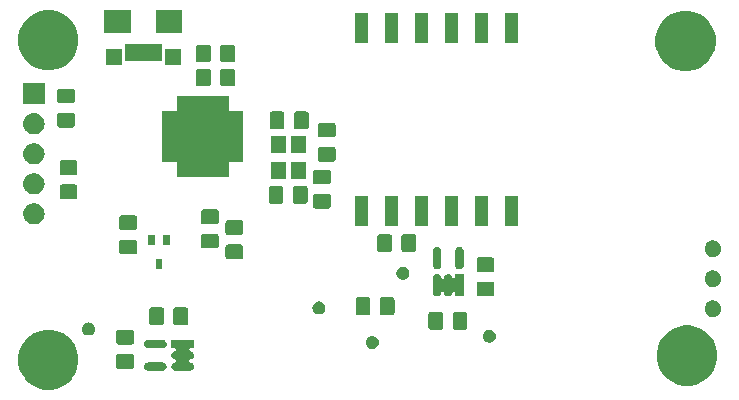
<source format=gbr>
%TF.GenerationSoftware,KiCad,Pcbnew,(5.0.2)-1*%
%TF.CreationDate,2021-04-08T12:32:07+02:00*%
%TF.ProjectId,trackerGPS,74726163-6b65-4724-9750-532e6b696361,rev?*%
%TF.SameCoordinates,Original*%
%TF.FileFunction,Soldermask,Bot*%
%TF.FilePolarity,Negative*%
%FSLAX46Y46*%
G04 Gerber Fmt 4.6, Leading zero omitted, Abs format (unit mm)*
G04 Created by KiCad (PCBNEW (5.0.2)-1) date 08/04/2021 12:32:07*
%MOMM*%
%LPD*%
G01*
G04 APERTURE LIST*
%ADD10C,0.100000*%
G04 APERTURE END LIST*
D10*
G36*
X102928296Y-90206233D02*
X102928298Y-90206234D01*
X102928299Y-90206234D01*
X103392552Y-90398533D01*
X103778139Y-90656174D01*
X103810371Y-90677711D01*
X104165689Y-91033029D01*
X104165691Y-91033032D01*
X104444867Y-91450848D01*
X104635583Y-91911280D01*
X104637167Y-91915104D01*
X104735200Y-92407947D01*
X104735200Y-92910453D01*
X104637727Y-93400482D01*
X104637166Y-93403299D01*
X104444867Y-93867552D01*
X104191525Y-94246704D01*
X104165689Y-94285371D01*
X103810371Y-94640689D01*
X103810368Y-94640691D01*
X103392552Y-94919867D01*
X102928299Y-95112166D01*
X102928298Y-95112166D01*
X102928296Y-95112167D01*
X102435453Y-95210200D01*
X101932947Y-95210200D01*
X101440104Y-95112167D01*
X101440102Y-95112166D01*
X101440101Y-95112166D01*
X100975848Y-94919867D01*
X100558032Y-94640691D01*
X100558029Y-94640689D01*
X100202711Y-94285371D01*
X100176875Y-94246704D01*
X99923533Y-93867552D01*
X99731234Y-93403299D01*
X99730674Y-93400482D01*
X99633200Y-92910453D01*
X99633200Y-92407947D01*
X99731233Y-91915104D01*
X99732817Y-91911280D01*
X99923533Y-91450848D01*
X100202709Y-91033032D01*
X100202711Y-91033029D01*
X100558029Y-90677711D01*
X100590261Y-90656174D01*
X100975848Y-90398533D01*
X101440101Y-90206234D01*
X101440102Y-90206234D01*
X101440104Y-90206233D01*
X101932947Y-90108200D01*
X102435453Y-90108200D01*
X102928296Y-90206233D01*
X102928296Y-90206233D01*
G37*
G36*
X157004896Y-89850633D02*
X157004898Y-89850634D01*
X157004899Y-89850634D01*
X157469152Y-90042933D01*
X157855907Y-90301355D01*
X157886971Y-90322111D01*
X158242289Y-90677429D01*
X158242291Y-90677432D01*
X158521467Y-91095248D01*
X158713766Y-91559501D01*
X158713767Y-91559504D01*
X158811800Y-92052347D01*
X158811800Y-92554853D01*
X158717903Y-93026904D01*
X158713766Y-93047699D01*
X158521467Y-93511952D01*
X158348112Y-93771396D01*
X158242289Y-93929771D01*
X157886971Y-94285089D01*
X157886968Y-94285091D01*
X157469152Y-94564267D01*
X157004899Y-94756566D01*
X157004898Y-94756566D01*
X157004896Y-94756567D01*
X156512053Y-94854600D01*
X156009547Y-94854600D01*
X155516704Y-94756567D01*
X155516702Y-94756566D01*
X155516701Y-94756566D01*
X155052448Y-94564267D01*
X154634632Y-94285091D01*
X154634629Y-94285089D01*
X154279311Y-93929771D01*
X154173488Y-93771396D01*
X154000133Y-93511952D01*
X153807834Y-93047699D01*
X153803698Y-93026904D01*
X153709800Y-92554853D01*
X153709800Y-92052347D01*
X153807833Y-91559504D01*
X153807834Y-91559501D01*
X154000133Y-91095248D01*
X154279309Y-90677432D01*
X154279311Y-90677429D01*
X154634629Y-90322111D01*
X154665693Y-90301355D01*
X155052448Y-90042933D01*
X155516701Y-89850634D01*
X155516702Y-89850634D01*
X155516704Y-89850633D01*
X156009547Y-89752600D01*
X156512053Y-89752600D01*
X157004896Y-89850633D01*
X157004896Y-89850633D01*
G37*
G36*
X114505153Y-91682346D02*
X114258188Y-91682346D01*
X114233802Y-91684748D01*
X114210353Y-91691861D01*
X114188742Y-91703412D01*
X114169800Y-91718958D01*
X114154254Y-91737900D01*
X114142703Y-91759511D01*
X114135590Y-91782960D01*
X114133188Y-91807346D01*
X114135590Y-91831732D01*
X114142703Y-91855181D01*
X114154254Y-91876792D01*
X114169800Y-91895734D01*
X114188742Y-91911280D01*
X114210353Y-91922831D01*
X114216194Y-91924921D01*
X114217747Y-91925074D01*
X114284730Y-91945393D01*
X114346462Y-91978389D01*
X114400571Y-92022795D01*
X114444977Y-92076904D01*
X114477973Y-92138636D01*
X114498292Y-92205619D01*
X114505153Y-92275279D01*
X114505153Y-92275281D01*
X114498292Y-92344941D01*
X114477973Y-92411924D01*
X114444977Y-92473656D01*
X114400571Y-92527765D01*
X114346462Y-92572171D01*
X114284730Y-92605167D01*
X114217747Y-92625486D01*
X114201562Y-92627080D01*
X114183551Y-92630663D01*
X114160912Y-92640040D01*
X114140538Y-92653654D01*
X114123211Y-92670981D01*
X114109597Y-92691356D01*
X114100219Y-92713995D01*
X114095439Y-92738028D01*
X114095439Y-92762532D01*
X114100220Y-92786566D01*
X114109597Y-92809205D01*
X114123211Y-92829579D01*
X114140538Y-92846906D01*
X114160913Y-92860520D01*
X114183552Y-92869898D01*
X114201560Y-92873480D01*
X114217747Y-92875074D01*
X114284730Y-92895393D01*
X114346462Y-92928389D01*
X114400571Y-92972795D01*
X114444977Y-93026904D01*
X114477973Y-93088636D01*
X114498292Y-93155619D01*
X114505153Y-93225279D01*
X114505153Y-93225281D01*
X114498292Y-93294941D01*
X114477973Y-93361924D01*
X114444977Y-93423656D01*
X114400571Y-93477765D01*
X114346462Y-93522171D01*
X114284730Y-93555167D01*
X114217747Y-93575486D01*
X114148087Y-93582347D01*
X112954983Y-93582347D01*
X112885323Y-93575486D01*
X112818340Y-93555167D01*
X112756608Y-93522171D01*
X112702499Y-93477765D01*
X112658093Y-93423656D01*
X112625097Y-93361924D01*
X112604778Y-93294941D01*
X112597917Y-93225281D01*
X112597917Y-93225279D01*
X112604778Y-93155619D01*
X112625097Y-93088636D01*
X112658093Y-93026904D01*
X112702499Y-92972795D01*
X112756608Y-92928389D01*
X112818340Y-92895393D01*
X112885323Y-92875074D01*
X112901508Y-92873480D01*
X112919519Y-92869897D01*
X112942158Y-92860520D01*
X112962532Y-92846906D01*
X112979859Y-92829579D01*
X112993473Y-92809204D01*
X113002851Y-92786565D01*
X113007631Y-92762532D01*
X113007631Y-92738028D01*
X113002850Y-92713994D01*
X112993473Y-92691355D01*
X112979859Y-92670981D01*
X112962532Y-92653654D01*
X112942157Y-92640040D01*
X112919518Y-92630662D01*
X112901510Y-92627080D01*
X112885323Y-92625486D01*
X112818340Y-92605167D01*
X112756608Y-92572171D01*
X112702499Y-92527765D01*
X112658093Y-92473656D01*
X112625097Y-92411924D01*
X112604778Y-92344941D01*
X112597917Y-92275281D01*
X112597917Y-92275279D01*
X112604778Y-92205619D01*
X112625097Y-92138636D01*
X112658093Y-92076904D01*
X112702499Y-92022795D01*
X112756608Y-91978389D01*
X112818340Y-91945393D01*
X112885323Y-91925074D01*
X112885856Y-91925021D01*
X112903806Y-91917586D01*
X112924181Y-91903973D01*
X112941508Y-91886646D01*
X112955122Y-91866271D01*
X112964499Y-91843632D01*
X112969280Y-91819599D01*
X112969280Y-91795094D01*
X112964500Y-91771061D01*
X112955122Y-91748422D01*
X112941509Y-91728047D01*
X112924182Y-91710720D01*
X112903807Y-91697106D01*
X112881168Y-91687729D01*
X112857135Y-91682948D01*
X112844882Y-91682346D01*
X112597917Y-91682346D01*
X112597917Y-90968214D01*
X114505153Y-90968214D01*
X114505153Y-91682346D01*
X114505153Y-91682346D01*
G37*
G36*
X111916783Y-92875074D02*
X111983766Y-92895393D01*
X112045498Y-92928389D01*
X112099607Y-92972795D01*
X112144013Y-93026904D01*
X112177009Y-93088636D01*
X112197328Y-93155619D01*
X112204189Y-93225279D01*
X112204189Y-93225281D01*
X112197328Y-93294941D01*
X112177009Y-93361924D01*
X112144013Y-93423656D01*
X112099607Y-93477765D01*
X112045498Y-93522171D01*
X111983766Y-93555167D01*
X111916783Y-93575486D01*
X111847123Y-93582347D01*
X110654019Y-93582347D01*
X110584359Y-93575486D01*
X110517376Y-93555167D01*
X110455644Y-93522171D01*
X110401535Y-93477765D01*
X110357129Y-93423656D01*
X110324133Y-93361924D01*
X110303814Y-93294941D01*
X110296953Y-93225281D01*
X110296953Y-93225279D01*
X110303814Y-93155619D01*
X110324133Y-93088636D01*
X110357129Y-93026904D01*
X110401535Y-92972795D01*
X110455644Y-92928389D01*
X110517376Y-92895393D01*
X110584359Y-92875074D01*
X110654019Y-92868213D01*
X111847123Y-92868213D01*
X111916783Y-92875074D01*
X111916783Y-92875074D01*
G37*
G36*
X109275277Y-92173665D02*
X109312964Y-92185098D01*
X109347703Y-92203666D01*
X109378148Y-92228652D01*
X109403134Y-92259097D01*
X109421702Y-92293836D01*
X109433135Y-92331523D01*
X109437600Y-92376861D01*
X109437600Y-93213539D01*
X109433135Y-93258877D01*
X109421702Y-93296564D01*
X109403134Y-93331303D01*
X109378148Y-93361748D01*
X109347703Y-93386734D01*
X109312964Y-93405302D01*
X109275277Y-93416735D01*
X109229939Y-93421200D01*
X108143261Y-93421200D01*
X108097923Y-93416735D01*
X108060236Y-93405302D01*
X108025497Y-93386734D01*
X107995052Y-93361748D01*
X107970066Y-93331303D01*
X107951498Y-93296564D01*
X107940065Y-93258877D01*
X107935600Y-93213539D01*
X107935600Y-92376861D01*
X107940065Y-92331523D01*
X107951498Y-92293836D01*
X107970066Y-92259097D01*
X107995052Y-92228652D01*
X108025497Y-92203666D01*
X108060236Y-92185098D01*
X108097923Y-92173665D01*
X108143261Y-92169200D01*
X109229939Y-92169200D01*
X109275277Y-92173665D01*
X109275277Y-92173665D01*
G37*
G36*
X129776921Y-90656174D02*
X129877195Y-90697709D01*
X129967445Y-90758012D01*
X130044188Y-90834755D01*
X130104491Y-90925005D01*
X130146026Y-91025279D01*
X130167200Y-91131730D01*
X130167200Y-91240270D01*
X130146026Y-91346721D01*
X130104491Y-91446995D01*
X130044188Y-91537245D01*
X129967445Y-91613988D01*
X129877195Y-91674291D01*
X129776921Y-91715826D01*
X129670470Y-91737000D01*
X129561930Y-91737000D01*
X129455479Y-91715826D01*
X129355205Y-91674291D01*
X129264955Y-91613988D01*
X129188212Y-91537245D01*
X129127909Y-91446995D01*
X129086374Y-91346721D01*
X129065200Y-91240270D01*
X129065200Y-91131730D01*
X129086374Y-91025279D01*
X129127909Y-90925005D01*
X129188212Y-90834755D01*
X129264955Y-90758012D01*
X129355205Y-90697709D01*
X129455479Y-90656174D01*
X129561930Y-90635000D01*
X129670470Y-90635000D01*
X129776921Y-90656174D01*
X129776921Y-90656174D01*
G37*
G36*
X111916783Y-90975074D02*
X111983766Y-90995393D01*
X112045498Y-91028389D01*
X112099607Y-91072795D01*
X112144013Y-91126904D01*
X112177009Y-91188636D01*
X112197328Y-91255619D01*
X112204189Y-91325279D01*
X112204189Y-91325281D01*
X112197328Y-91394941D01*
X112177009Y-91461924D01*
X112144013Y-91523656D01*
X112099607Y-91577765D01*
X112045498Y-91622171D01*
X111983766Y-91655167D01*
X111916783Y-91675486D01*
X111847123Y-91682347D01*
X110654019Y-91682347D01*
X110584359Y-91675486D01*
X110517376Y-91655167D01*
X110455644Y-91622171D01*
X110401535Y-91577765D01*
X110357129Y-91523656D01*
X110324133Y-91461924D01*
X110303814Y-91394941D01*
X110296953Y-91325281D01*
X110296953Y-91325279D01*
X110303814Y-91255619D01*
X110324133Y-91188636D01*
X110357129Y-91126904D01*
X110401535Y-91072795D01*
X110455644Y-91028389D01*
X110517376Y-90995393D01*
X110584359Y-90975074D01*
X110654019Y-90968213D01*
X111847123Y-90968213D01*
X111916783Y-90975074D01*
X111916783Y-90975074D01*
G37*
G36*
X109275277Y-90123665D02*
X109312964Y-90135098D01*
X109347703Y-90153666D01*
X109378148Y-90178652D01*
X109403134Y-90209097D01*
X109421702Y-90243836D01*
X109433135Y-90281523D01*
X109437600Y-90326861D01*
X109437600Y-91163539D01*
X109433135Y-91208877D01*
X109421702Y-91246564D01*
X109403134Y-91281303D01*
X109378148Y-91311748D01*
X109347703Y-91336734D01*
X109312964Y-91355302D01*
X109275277Y-91366735D01*
X109229939Y-91371200D01*
X108143261Y-91371200D01*
X108097923Y-91366735D01*
X108060236Y-91355302D01*
X108025497Y-91336734D01*
X107995052Y-91311748D01*
X107970066Y-91281303D01*
X107951498Y-91246564D01*
X107940065Y-91208877D01*
X107935600Y-91163539D01*
X107935600Y-90326861D01*
X107940065Y-90281523D01*
X107951498Y-90243836D01*
X107970066Y-90209097D01*
X107995052Y-90178652D01*
X108025497Y-90153666D01*
X108060236Y-90135098D01*
X108097923Y-90123665D01*
X108143261Y-90119200D01*
X109229939Y-90119200D01*
X109275277Y-90123665D01*
X109275277Y-90123665D01*
G37*
G36*
X139682921Y-90122774D02*
X139783195Y-90164309D01*
X139873445Y-90224612D01*
X139950188Y-90301355D01*
X140010491Y-90391605D01*
X140052026Y-90491879D01*
X140073200Y-90598330D01*
X140073200Y-90706870D01*
X140052026Y-90813321D01*
X140010491Y-90913595D01*
X139950188Y-91003845D01*
X139873445Y-91080588D01*
X139783195Y-91140891D01*
X139682921Y-91182426D01*
X139576470Y-91203600D01*
X139467930Y-91203600D01*
X139361479Y-91182426D01*
X139261205Y-91140891D01*
X139170955Y-91080588D01*
X139094212Y-91003845D01*
X139033909Y-90913595D01*
X138992374Y-90813321D01*
X138971200Y-90706870D01*
X138971200Y-90598330D01*
X138992374Y-90491879D01*
X139033909Y-90391605D01*
X139094212Y-90301355D01*
X139170955Y-90224612D01*
X139261205Y-90164309D01*
X139361479Y-90122774D01*
X139467930Y-90101600D01*
X139576470Y-90101600D01*
X139682921Y-90122774D01*
X139682921Y-90122774D01*
G37*
G36*
X105748521Y-89525874D02*
X105848795Y-89567409D01*
X105939045Y-89627712D01*
X106015788Y-89704455D01*
X106076091Y-89794705D01*
X106117626Y-89894979D01*
X106138800Y-90001430D01*
X106138800Y-90109970D01*
X106117626Y-90216421D01*
X106076091Y-90316695D01*
X106015788Y-90406945D01*
X105939045Y-90483688D01*
X105848795Y-90543991D01*
X105748521Y-90585526D01*
X105642070Y-90606700D01*
X105533530Y-90606700D01*
X105427079Y-90585526D01*
X105326805Y-90543991D01*
X105236555Y-90483688D01*
X105159812Y-90406945D01*
X105099509Y-90316695D01*
X105057974Y-90216421D01*
X105036800Y-90109970D01*
X105036800Y-90001430D01*
X105057974Y-89894979D01*
X105099509Y-89794705D01*
X105159812Y-89704455D01*
X105236555Y-89627712D01*
X105326805Y-89567409D01*
X105427079Y-89525874D01*
X105533530Y-89504700D01*
X105642070Y-89504700D01*
X105748521Y-89525874D01*
X105748521Y-89525874D01*
G37*
G36*
X135446677Y-88610665D02*
X135484364Y-88622098D01*
X135519103Y-88640666D01*
X135549548Y-88665652D01*
X135574534Y-88696097D01*
X135593102Y-88730836D01*
X135604535Y-88768523D01*
X135609000Y-88813861D01*
X135609000Y-89900539D01*
X135604535Y-89945877D01*
X135593102Y-89983564D01*
X135574534Y-90018303D01*
X135549548Y-90048748D01*
X135519103Y-90073734D01*
X135484364Y-90092302D01*
X135446677Y-90103735D01*
X135401339Y-90108200D01*
X134564661Y-90108200D01*
X134519323Y-90103735D01*
X134481636Y-90092302D01*
X134446897Y-90073734D01*
X134416452Y-90048748D01*
X134391466Y-90018303D01*
X134372898Y-89983564D01*
X134361465Y-89945877D01*
X134357000Y-89900539D01*
X134357000Y-88813861D01*
X134361465Y-88768523D01*
X134372898Y-88730836D01*
X134391466Y-88696097D01*
X134416452Y-88665652D01*
X134446897Y-88640666D01*
X134481636Y-88622098D01*
X134519323Y-88610665D01*
X134564661Y-88606200D01*
X135401339Y-88606200D01*
X135446677Y-88610665D01*
X135446677Y-88610665D01*
G37*
G36*
X137496677Y-88610665D02*
X137534364Y-88622098D01*
X137569103Y-88640666D01*
X137599548Y-88665652D01*
X137624534Y-88696097D01*
X137643102Y-88730836D01*
X137654535Y-88768523D01*
X137659000Y-88813861D01*
X137659000Y-89900539D01*
X137654535Y-89945877D01*
X137643102Y-89983564D01*
X137624534Y-90018303D01*
X137599548Y-90048748D01*
X137569103Y-90073734D01*
X137534364Y-90092302D01*
X137496677Y-90103735D01*
X137451339Y-90108200D01*
X136614661Y-90108200D01*
X136569323Y-90103735D01*
X136531636Y-90092302D01*
X136496897Y-90073734D01*
X136466452Y-90048748D01*
X136441466Y-90018303D01*
X136422898Y-89983564D01*
X136411465Y-89945877D01*
X136407000Y-89900539D01*
X136407000Y-88813861D01*
X136411465Y-88768523D01*
X136422898Y-88730836D01*
X136441466Y-88696097D01*
X136466452Y-88665652D01*
X136496897Y-88640666D01*
X136531636Y-88622098D01*
X136569323Y-88610665D01*
X136614661Y-88606200D01*
X137451339Y-88606200D01*
X137496677Y-88610665D01*
X137496677Y-88610665D01*
G37*
G36*
X113864330Y-88226745D02*
X113902017Y-88238178D01*
X113936756Y-88256746D01*
X113967201Y-88281732D01*
X113992187Y-88312177D01*
X114010755Y-88346916D01*
X114022188Y-88384603D01*
X114026653Y-88429941D01*
X114026653Y-89516619D01*
X114022188Y-89561957D01*
X114010755Y-89599644D01*
X113992187Y-89634383D01*
X113967201Y-89664828D01*
X113936756Y-89689814D01*
X113902017Y-89708382D01*
X113864330Y-89719815D01*
X113818992Y-89724280D01*
X112982314Y-89724280D01*
X112936976Y-89719815D01*
X112899289Y-89708382D01*
X112864550Y-89689814D01*
X112834105Y-89664828D01*
X112809119Y-89634383D01*
X112790551Y-89599644D01*
X112779118Y-89561957D01*
X112774653Y-89516619D01*
X112774653Y-88429941D01*
X112779118Y-88384603D01*
X112790551Y-88346916D01*
X112809119Y-88312177D01*
X112834105Y-88281732D01*
X112864550Y-88256746D01*
X112899289Y-88238178D01*
X112936976Y-88226745D01*
X112982314Y-88222280D01*
X113818992Y-88222280D01*
X113864330Y-88226745D01*
X113864330Y-88226745D01*
G37*
G36*
X111814330Y-88226745D02*
X111852017Y-88238178D01*
X111886756Y-88256746D01*
X111917201Y-88281732D01*
X111942187Y-88312177D01*
X111960755Y-88346916D01*
X111972188Y-88384603D01*
X111976653Y-88429941D01*
X111976653Y-89516619D01*
X111972188Y-89561957D01*
X111960755Y-89599644D01*
X111942187Y-89634383D01*
X111917201Y-89664828D01*
X111886756Y-89689814D01*
X111852017Y-89708382D01*
X111814330Y-89719815D01*
X111768992Y-89724280D01*
X110932314Y-89724280D01*
X110886976Y-89719815D01*
X110849289Y-89708382D01*
X110814550Y-89689814D01*
X110784105Y-89664828D01*
X110759119Y-89634383D01*
X110740551Y-89599644D01*
X110729118Y-89561957D01*
X110724653Y-89516619D01*
X110724653Y-88429941D01*
X110729118Y-88384603D01*
X110740551Y-88346916D01*
X110759119Y-88312177D01*
X110784105Y-88281732D01*
X110814550Y-88256746D01*
X110849289Y-88238178D01*
X110886976Y-88226745D01*
X110932314Y-88222280D01*
X111768992Y-88222280D01*
X111814330Y-88226745D01*
X111814330Y-88226745D01*
G37*
G36*
X158654752Y-87656978D02*
X158782329Y-87709822D01*
X158897145Y-87786540D01*
X158994780Y-87884175D01*
X159071498Y-87998991D01*
X159124342Y-88126568D01*
X159151280Y-88261996D01*
X159151280Y-88400084D01*
X159124342Y-88535512D01*
X159071498Y-88663089D01*
X158994780Y-88777905D01*
X158897145Y-88875540D01*
X158782329Y-88952258D01*
X158654752Y-89005102D01*
X158519324Y-89032040D01*
X158381236Y-89032040D01*
X158245808Y-89005102D01*
X158118231Y-88952258D01*
X158003415Y-88875540D01*
X157905780Y-88777905D01*
X157829062Y-88663089D01*
X157776218Y-88535512D01*
X157749280Y-88400084D01*
X157749280Y-88261996D01*
X157776218Y-88126568D01*
X157829062Y-87998991D01*
X157905780Y-87884175D01*
X158003415Y-87786540D01*
X158118231Y-87709822D01*
X158245808Y-87656978D01*
X158381236Y-87630040D01*
X158519324Y-87630040D01*
X158654752Y-87656978D01*
X158654752Y-87656978D01*
G37*
G36*
X131333477Y-87366065D02*
X131371164Y-87377498D01*
X131405903Y-87396066D01*
X131436348Y-87421052D01*
X131461334Y-87451497D01*
X131479902Y-87486236D01*
X131491335Y-87523923D01*
X131495800Y-87569261D01*
X131495800Y-88655939D01*
X131491335Y-88701277D01*
X131479902Y-88738964D01*
X131461334Y-88773703D01*
X131436348Y-88804148D01*
X131405903Y-88829134D01*
X131371164Y-88847702D01*
X131333477Y-88859135D01*
X131288139Y-88863600D01*
X130451461Y-88863600D01*
X130406123Y-88859135D01*
X130368436Y-88847702D01*
X130333697Y-88829134D01*
X130303252Y-88804148D01*
X130278266Y-88773703D01*
X130259698Y-88738964D01*
X130248265Y-88701277D01*
X130243800Y-88655939D01*
X130243800Y-87569261D01*
X130248265Y-87523923D01*
X130259698Y-87486236D01*
X130278266Y-87451497D01*
X130303252Y-87421052D01*
X130333697Y-87396066D01*
X130368436Y-87377498D01*
X130406123Y-87366065D01*
X130451461Y-87361600D01*
X131288139Y-87361600D01*
X131333477Y-87366065D01*
X131333477Y-87366065D01*
G37*
G36*
X129283477Y-87366065D02*
X129321164Y-87377498D01*
X129355903Y-87396066D01*
X129386348Y-87421052D01*
X129411334Y-87451497D01*
X129429902Y-87486236D01*
X129441335Y-87523923D01*
X129445800Y-87569261D01*
X129445800Y-88655939D01*
X129441335Y-88701277D01*
X129429902Y-88738964D01*
X129411334Y-88773703D01*
X129386348Y-88804148D01*
X129355903Y-88829134D01*
X129321164Y-88847702D01*
X129283477Y-88859135D01*
X129238139Y-88863600D01*
X128401461Y-88863600D01*
X128356123Y-88859135D01*
X128318436Y-88847702D01*
X128283697Y-88829134D01*
X128253252Y-88804148D01*
X128228266Y-88773703D01*
X128209698Y-88738964D01*
X128198265Y-88701277D01*
X128193800Y-88655939D01*
X128193800Y-87569261D01*
X128198265Y-87523923D01*
X128209698Y-87486236D01*
X128228266Y-87451497D01*
X128253252Y-87421052D01*
X128283697Y-87396066D01*
X128318436Y-87377498D01*
X128356123Y-87366065D01*
X128401461Y-87361600D01*
X129238139Y-87361600D01*
X129283477Y-87366065D01*
X129283477Y-87366065D01*
G37*
G36*
X125255721Y-87735174D02*
X125355995Y-87776709D01*
X125446245Y-87837012D01*
X125522988Y-87913755D01*
X125583291Y-88004005D01*
X125624826Y-88104279D01*
X125646000Y-88210730D01*
X125646000Y-88319270D01*
X125624826Y-88425721D01*
X125583291Y-88525995D01*
X125522988Y-88616245D01*
X125446245Y-88692988D01*
X125355995Y-88753291D01*
X125255721Y-88794826D01*
X125149270Y-88816000D01*
X125040730Y-88816000D01*
X124934279Y-88794826D01*
X124834005Y-88753291D01*
X124743755Y-88692988D01*
X124667012Y-88616245D01*
X124606709Y-88525995D01*
X124565174Y-88425721D01*
X124544000Y-88319270D01*
X124544000Y-88210730D01*
X124565174Y-88104279D01*
X124606709Y-88004005D01*
X124667012Y-87913755D01*
X124743755Y-87837012D01*
X124834005Y-87776709D01*
X124934279Y-87735174D01*
X125040730Y-87714000D01*
X125149270Y-87714000D01*
X125255721Y-87735174D01*
X125255721Y-87735174D01*
G37*
G36*
X135162061Y-85395325D02*
X135229044Y-85415644D01*
X135290776Y-85448640D01*
X135344885Y-85493046D01*
X135389291Y-85547155D01*
X135422287Y-85608887D01*
X135442606Y-85675870D01*
X135444200Y-85692055D01*
X135447783Y-85710066D01*
X135457160Y-85732705D01*
X135470774Y-85753079D01*
X135488101Y-85770406D01*
X135508476Y-85784020D01*
X135531115Y-85793398D01*
X135555148Y-85798178D01*
X135579652Y-85798178D01*
X135603686Y-85793397D01*
X135626325Y-85784020D01*
X135646699Y-85770406D01*
X135664026Y-85753079D01*
X135677640Y-85732704D01*
X135687018Y-85710065D01*
X135690600Y-85692057D01*
X135692194Y-85675870D01*
X135712513Y-85608887D01*
X135745509Y-85547155D01*
X135789915Y-85493046D01*
X135844024Y-85448640D01*
X135905756Y-85415644D01*
X135972739Y-85395325D01*
X136042399Y-85388464D01*
X136042401Y-85388464D01*
X136112061Y-85395325D01*
X136179044Y-85415644D01*
X136240776Y-85448640D01*
X136294885Y-85493046D01*
X136339291Y-85547155D01*
X136372287Y-85608887D01*
X136392606Y-85675870D01*
X136392659Y-85676403D01*
X136400094Y-85694353D01*
X136413707Y-85714728D01*
X136431034Y-85732055D01*
X136451409Y-85745669D01*
X136474048Y-85755046D01*
X136498081Y-85759827D01*
X136522586Y-85759827D01*
X136546619Y-85755047D01*
X136569258Y-85745669D01*
X136589633Y-85732056D01*
X136606960Y-85714729D01*
X136620574Y-85694354D01*
X136629951Y-85671715D01*
X136634732Y-85647682D01*
X136635334Y-85635429D01*
X136635334Y-85388464D01*
X137349466Y-85388464D01*
X137349466Y-87295700D01*
X136635334Y-87295700D01*
X136635334Y-87048735D01*
X136632932Y-87024349D01*
X136625819Y-87000900D01*
X136614268Y-86979289D01*
X136598722Y-86960347D01*
X136579780Y-86944801D01*
X136558169Y-86933250D01*
X136534720Y-86926137D01*
X136510334Y-86923735D01*
X136485948Y-86926137D01*
X136462499Y-86933250D01*
X136440888Y-86944801D01*
X136421946Y-86960347D01*
X136406400Y-86979289D01*
X136394849Y-87000900D01*
X136392759Y-87006741D01*
X136392606Y-87008294D01*
X136372287Y-87075277D01*
X136339291Y-87137009D01*
X136294885Y-87191118D01*
X136240776Y-87235524D01*
X136179044Y-87268520D01*
X136112061Y-87288839D01*
X136042401Y-87295700D01*
X136042399Y-87295700D01*
X135972739Y-87288839D01*
X135905756Y-87268520D01*
X135844024Y-87235524D01*
X135789915Y-87191118D01*
X135745509Y-87137009D01*
X135712513Y-87075277D01*
X135692194Y-87008294D01*
X135690600Y-86992109D01*
X135687017Y-86974098D01*
X135677640Y-86951459D01*
X135664026Y-86931085D01*
X135646699Y-86913758D01*
X135626324Y-86900144D01*
X135603685Y-86890766D01*
X135579652Y-86885986D01*
X135555148Y-86885986D01*
X135531114Y-86890767D01*
X135508475Y-86900144D01*
X135488101Y-86913758D01*
X135470774Y-86931085D01*
X135457160Y-86951460D01*
X135447782Y-86974099D01*
X135444200Y-86992107D01*
X135442606Y-87008294D01*
X135422287Y-87075277D01*
X135389291Y-87137009D01*
X135344885Y-87191118D01*
X135290776Y-87235524D01*
X135229044Y-87268520D01*
X135162061Y-87288839D01*
X135092401Y-87295700D01*
X135092399Y-87295700D01*
X135022739Y-87288839D01*
X134955756Y-87268520D01*
X134894024Y-87235524D01*
X134839915Y-87191118D01*
X134795509Y-87137009D01*
X134762513Y-87075277D01*
X134742194Y-87008294D01*
X134735333Y-86938634D01*
X134735333Y-85745530D01*
X134742194Y-85675870D01*
X134762513Y-85608887D01*
X134795509Y-85547155D01*
X134839915Y-85493046D01*
X134894024Y-85448640D01*
X134955756Y-85415644D01*
X135022739Y-85395325D01*
X135092399Y-85388464D01*
X135092401Y-85388464D01*
X135162061Y-85395325D01*
X135162061Y-85395325D01*
G37*
G36*
X139780677Y-86043265D02*
X139818364Y-86054698D01*
X139853103Y-86073266D01*
X139883548Y-86098252D01*
X139908534Y-86128697D01*
X139927102Y-86163436D01*
X139938535Y-86201123D01*
X139943000Y-86246461D01*
X139943000Y-87083139D01*
X139938535Y-87128477D01*
X139927102Y-87166164D01*
X139908534Y-87200903D01*
X139883548Y-87231348D01*
X139853103Y-87256334D01*
X139818364Y-87274902D01*
X139780677Y-87286335D01*
X139735339Y-87290800D01*
X138648661Y-87290800D01*
X138603323Y-87286335D01*
X138565636Y-87274902D01*
X138530897Y-87256334D01*
X138500452Y-87231348D01*
X138475466Y-87200903D01*
X138456898Y-87166164D01*
X138445465Y-87128477D01*
X138441000Y-87083139D01*
X138441000Y-86246461D01*
X138445465Y-86201123D01*
X138456898Y-86163436D01*
X138475466Y-86128697D01*
X138500452Y-86098252D01*
X138530897Y-86073266D01*
X138565636Y-86054698D01*
X138603323Y-86043265D01*
X138648661Y-86038800D01*
X139735339Y-86038800D01*
X139780677Y-86043265D01*
X139780677Y-86043265D01*
G37*
G36*
X158654752Y-85116978D02*
X158782329Y-85169822D01*
X158897145Y-85246540D01*
X158994780Y-85344175D01*
X159071498Y-85458991D01*
X159124342Y-85586568D01*
X159151280Y-85721996D01*
X159151280Y-85860084D01*
X159124342Y-85995512D01*
X159071498Y-86123089D01*
X158994780Y-86237905D01*
X158897145Y-86335540D01*
X158782329Y-86412258D01*
X158654752Y-86465102D01*
X158519324Y-86492040D01*
X158381236Y-86492040D01*
X158245808Y-86465102D01*
X158118231Y-86412258D01*
X158003415Y-86335540D01*
X157905780Y-86237905D01*
X157829062Y-86123089D01*
X157776218Y-85995512D01*
X157749280Y-85860084D01*
X157749280Y-85721996D01*
X157776218Y-85586568D01*
X157829062Y-85458991D01*
X157905780Y-85344175D01*
X158003415Y-85246540D01*
X158118231Y-85169822D01*
X158245808Y-85116978D01*
X158381236Y-85090040D01*
X158519324Y-85090040D01*
X158654752Y-85116978D01*
X158654752Y-85116978D01*
G37*
G36*
X132367721Y-84788774D02*
X132467995Y-84830309D01*
X132558245Y-84890612D01*
X132634988Y-84967355D01*
X132695291Y-85057605D01*
X132736826Y-85157879D01*
X132758000Y-85264330D01*
X132758000Y-85372870D01*
X132736826Y-85479321D01*
X132695291Y-85579595D01*
X132634988Y-85669845D01*
X132558245Y-85746588D01*
X132467995Y-85806891D01*
X132367721Y-85848426D01*
X132261270Y-85869600D01*
X132152730Y-85869600D01*
X132046279Y-85848426D01*
X131946005Y-85806891D01*
X131855755Y-85746588D01*
X131779012Y-85669845D01*
X131718709Y-85579595D01*
X131677174Y-85479321D01*
X131656000Y-85372870D01*
X131656000Y-85264330D01*
X131677174Y-85157879D01*
X131718709Y-85057605D01*
X131779012Y-84967355D01*
X131855755Y-84890612D01*
X131946005Y-84830309D01*
X132046279Y-84788774D01*
X132152730Y-84767600D01*
X132261270Y-84767600D01*
X132367721Y-84788774D01*
X132367721Y-84788774D01*
G37*
G36*
X139780677Y-83993265D02*
X139818364Y-84004698D01*
X139853103Y-84023266D01*
X139883548Y-84048252D01*
X139908534Y-84078697D01*
X139927102Y-84113436D01*
X139938535Y-84151123D01*
X139943000Y-84196461D01*
X139943000Y-85033139D01*
X139938535Y-85078477D01*
X139927102Y-85116164D01*
X139908534Y-85150903D01*
X139883548Y-85181348D01*
X139853103Y-85206334D01*
X139818364Y-85224902D01*
X139780677Y-85236335D01*
X139735339Y-85240800D01*
X138648661Y-85240800D01*
X138603323Y-85236335D01*
X138565636Y-85224902D01*
X138530897Y-85206334D01*
X138500452Y-85181348D01*
X138475466Y-85150903D01*
X138456898Y-85116164D01*
X138445465Y-85078477D01*
X138441000Y-85033139D01*
X138441000Y-84196461D01*
X138445465Y-84151123D01*
X138456898Y-84113436D01*
X138475466Y-84078697D01*
X138500452Y-84048252D01*
X138530897Y-84023266D01*
X138565636Y-84004698D01*
X138603323Y-83993265D01*
X138648661Y-83988800D01*
X139735339Y-83988800D01*
X139780677Y-83993265D01*
X139780677Y-83993265D01*
G37*
G36*
X135162061Y-83094361D02*
X135229044Y-83114680D01*
X135290776Y-83147676D01*
X135344885Y-83192082D01*
X135389291Y-83246191D01*
X135422287Y-83307923D01*
X135442606Y-83374906D01*
X135449467Y-83444566D01*
X135449467Y-84637670D01*
X135442606Y-84707330D01*
X135422287Y-84774313D01*
X135389291Y-84836045D01*
X135344885Y-84890154D01*
X135290776Y-84934560D01*
X135229044Y-84967556D01*
X135162061Y-84987875D01*
X135092401Y-84994736D01*
X135092399Y-84994736D01*
X135022739Y-84987875D01*
X134955756Y-84967556D01*
X134894024Y-84934560D01*
X134839915Y-84890154D01*
X134795509Y-84836045D01*
X134762513Y-84774313D01*
X134742194Y-84707330D01*
X134735333Y-84637670D01*
X134735333Y-83444566D01*
X134742194Y-83374906D01*
X134762513Y-83307923D01*
X134795509Y-83246191D01*
X134839915Y-83192082D01*
X134894024Y-83147676D01*
X134955756Y-83114680D01*
X135022739Y-83094361D01*
X135092399Y-83087500D01*
X135092401Y-83087500D01*
X135162061Y-83094361D01*
X135162061Y-83094361D01*
G37*
G36*
X137062061Y-83094361D02*
X137129044Y-83114680D01*
X137190776Y-83147676D01*
X137244885Y-83192082D01*
X137289291Y-83246191D01*
X137322287Y-83307923D01*
X137342606Y-83374906D01*
X137349467Y-83444566D01*
X137349467Y-84637670D01*
X137342606Y-84707330D01*
X137322287Y-84774313D01*
X137289291Y-84836045D01*
X137244885Y-84890154D01*
X137190776Y-84934560D01*
X137129044Y-84967556D01*
X137062061Y-84987875D01*
X136992401Y-84994736D01*
X136992399Y-84994736D01*
X136922739Y-84987875D01*
X136855756Y-84967556D01*
X136794024Y-84934560D01*
X136739915Y-84890154D01*
X136695509Y-84836045D01*
X136662513Y-84774313D01*
X136642194Y-84707330D01*
X136635333Y-84637670D01*
X136635333Y-83444566D01*
X136642194Y-83374906D01*
X136662513Y-83307923D01*
X136695509Y-83246191D01*
X136739915Y-83192082D01*
X136794024Y-83147676D01*
X136855756Y-83114680D01*
X136922739Y-83094361D01*
X136992399Y-83087500D01*
X136992401Y-83087500D01*
X137062061Y-83094361D01*
X137062061Y-83094361D01*
G37*
G36*
X111832800Y-84941600D02*
X111280800Y-84941600D01*
X111280800Y-84139600D01*
X111832800Y-84139600D01*
X111832800Y-84941600D01*
X111832800Y-84941600D01*
G37*
G36*
X118520877Y-82902665D02*
X118558564Y-82914098D01*
X118593303Y-82932666D01*
X118623748Y-82957652D01*
X118648734Y-82988097D01*
X118667302Y-83022836D01*
X118678735Y-83060523D01*
X118683200Y-83105861D01*
X118683200Y-83942539D01*
X118678735Y-83987877D01*
X118667302Y-84025564D01*
X118648734Y-84060303D01*
X118623748Y-84090748D01*
X118593303Y-84115734D01*
X118558564Y-84134302D01*
X118520877Y-84145735D01*
X118475539Y-84150200D01*
X117388861Y-84150200D01*
X117343523Y-84145735D01*
X117305836Y-84134302D01*
X117271097Y-84115734D01*
X117240652Y-84090748D01*
X117215666Y-84060303D01*
X117197098Y-84025564D01*
X117185665Y-83987877D01*
X117181200Y-83942539D01*
X117181200Y-83105861D01*
X117185665Y-83060523D01*
X117197098Y-83022836D01*
X117215666Y-82988097D01*
X117240652Y-82957652D01*
X117271097Y-82932666D01*
X117305836Y-82914098D01*
X117343523Y-82902665D01*
X117388861Y-82898200D01*
X118475539Y-82898200D01*
X118520877Y-82902665D01*
X118520877Y-82902665D01*
G37*
G36*
X158654752Y-82576978D02*
X158782329Y-82629822D01*
X158897145Y-82706540D01*
X158994780Y-82804175D01*
X159071498Y-82918991D01*
X159124342Y-83046568D01*
X159151280Y-83181996D01*
X159151280Y-83320084D01*
X159124342Y-83455512D01*
X159071498Y-83583089D01*
X158994780Y-83697905D01*
X158897145Y-83795540D01*
X158782329Y-83872258D01*
X158654752Y-83925102D01*
X158519324Y-83952040D01*
X158381236Y-83952040D01*
X158245808Y-83925102D01*
X158118231Y-83872258D01*
X158003415Y-83795540D01*
X157905780Y-83697905D01*
X157829062Y-83583089D01*
X157776218Y-83455512D01*
X157749280Y-83320084D01*
X157749280Y-83181996D01*
X157776218Y-83046568D01*
X157829062Y-82918991D01*
X157905780Y-82804175D01*
X158003415Y-82706540D01*
X158118231Y-82629822D01*
X158245808Y-82576978D01*
X158381236Y-82550040D01*
X158519324Y-82550040D01*
X158654752Y-82576978D01*
X158654752Y-82576978D01*
G37*
G36*
X109529277Y-82487265D02*
X109566964Y-82498698D01*
X109601703Y-82517266D01*
X109632148Y-82542252D01*
X109657134Y-82572697D01*
X109675702Y-82607436D01*
X109687135Y-82645123D01*
X109691600Y-82690461D01*
X109691600Y-83527139D01*
X109687135Y-83572477D01*
X109675702Y-83610164D01*
X109657134Y-83644903D01*
X109632148Y-83675348D01*
X109601703Y-83700334D01*
X109566964Y-83718902D01*
X109529277Y-83730335D01*
X109483939Y-83734800D01*
X108397261Y-83734800D01*
X108351923Y-83730335D01*
X108314236Y-83718902D01*
X108279497Y-83700334D01*
X108249052Y-83675348D01*
X108224066Y-83644903D01*
X108205498Y-83610164D01*
X108194065Y-83572477D01*
X108189600Y-83527139D01*
X108189600Y-82690461D01*
X108194065Y-82645123D01*
X108205498Y-82607436D01*
X108224066Y-82572697D01*
X108249052Y-82542252D01*
X108279497Y-82517266D01*
X108314236Y-82498698D01*
X108351923Y-82487265D01*
X108397261Y-82482800D01*
X109483939Y-82482800D01*
X109529277Y-82487265D01*
X109529277Y-82487265D01*
G37*
G36*
X133162277Y-82032065D02*
X133199964Y-82043498D01*
X133234703Y-82062066D01*
X133265148Y-82087052D01*
X133290134Y-82117497D01*
X133308702Y-82152236D01*
X133320135Y-82189923D01*
X133324600Y-82235261D01*
X133324600Y-83321939D01*
X133320135Y-83367277D01*
X133308702Y-83404964D01*
X133290134Y-83439703D01*
X133265148Y-83470148D01*
X133234703Y-83495134D01*
X133199964Y-83513702D01*
X133162277Y-83525135D01*
X133116939Y-83529600D01*
X132280261Y-83529600D01*
X132234923Y-83525135D01*
X132197236Y-83513702D01*
X132162497Y-83495134D01*
X132132052Y-83470148D01*
X132107066Y-83439703D01*
X132088498Y-83404964D01*
X132077065Y-83367277D01*
X132072600Y-83321939D01*
X132072600Y-82235261D01*
X132077065Y-82189923D01*
X132088498Y-82152236D01*
X132107066Y-82117497D01*
X132132052Y-82087052D01*
X132162497Y-82062066D01*
X132197236Y-82043498D01*
X132234923Y-82032065D01*
X132280261Y-82027600D01*
X133116939Y-82027600D01*
X133162277Y-82032065D01*
X133162277Y-82032065D01*
G37*
G36*
X131112277Y-82032065D02*
X131149964Y-82043498D01*
X131184703Y-82062066D01*
X131215148Y-82087052D01*
X131240134Y-82117497D01*
X131258702Y-82152236D01*
X131270135Y-82189923D01*
X131274600Y-82235261D01*
X131274600Y-83321939D01*
X131270135Y-83367277D01*
X131258702Y-83404964D01*
X131240134Y-83439703D01*
X131215148Y-83470148D01*
X131184703Y-83495134D01*
X131149964Y-83513702D01*
X131112277Y-83525135D01*
X131066939Y-83529600D01*
X130230261Y-83529600D01*
X130184923Y-83525135D01*
X130147236Y-83513702D01*
X130112497Y-83495134D01*
X130082052Y-83470148D01*
X130057066Y-83439703D01*
X130038498Y-83404964D01*
X130027065Y-83367277D01*
X130022600Y-83321939D01*
X130022600Y-82235261D01*
X130027065Y-82189923D01*
X130038498Y-82152236D01*
X130057066Y-82117497D01*
X130082052Y-82087052D01*
X130112497Y-82062066D01*
X130147236Y-82043498D01*
X130184923Y-82032065D01*
X130230261Y-82027600D01*
X131066939Y-82027600D01*
X131112277Y-82032065D01*
X131112277Y-82032065D01*
G37*
G36*
X116438077Y-81988265D02*
X116475764Y-81999698D01*
X116510503Y-82018266D01*
X116540948Y-82043252D01*
X116565934Y-82073697D01*
X116584502Y-82108436D01*
X116595935Y-82146123D01*
X116600400Y-82191461D01*
X116600400Y-83028139D01*
X116595935Y-83073477D01*
X116584502Y-83111164D01*
X116565934Y-83145903D01*
X116540948Y-83176348D01*
X116510503Y-83201334D01*
X116475764Y-83219902D01*
X116438077Y-83231335D01*
X116392739Y-83235800D01*
X115306061Y-83235800D01*
X115260723Y-83231335D01*
X115223036Y-83219902D01*
X115188297Y-83201334D01*
X115157852Y-83176348D01*
X115132866Y-83145903D01*
X115114298Y-83111164D01*
X115102865Y-83073477D01*
X115098400Y-83028139D01*
X115098400Y-82191461D01*
X115102865Y-82146123D01*
X115114298Y-82108436D01*
X115132866Y-82073697D01*
X115157852Y-82043252D01*
X115188297Y-82018266D01*
X115223036Y-81999698D01*
X115260723Y-81988265D01*
X115306061Y-81983800D01*
X116392739Y-81983800D01*
X116438077Y-81988265D01*
X116438077Y-81988265D01*
G37*
G36*
X111182800Y-82941600D02*
X110630800Y-82941600D01*
X110630800Y-82139600D01*
X111182800Y-82139600D01*
X111182800Y-82941600D01*
X111182800Y-82941600D01*
G37*
G36*
X112482800Y-82941600D02*
X111930800Y-82941600D01*
X111930800Y-82139600D01*
X112482800Y-82139600D01*
X112482800Y-82941600D01*
X112482800Y-82941600D01*
G37*
G36*
X118520877Y-80852665D02*
X118558564Y-80864098D01*
X118593303Y-80882666D01*
X118623748Y-80907652D01*
X118648734Y-80938097D01*
X118667302Y-80972836D01*
X118678735Y-81010523D01*
X118683200Y-81055861D01*
X118683200Y-81892539D01*
X118678735Y-81937877D01*
X118667302Y-81975564D01*
X118648734Y-82010303D01*
X118623748Y-82040748D01*
X118593303Y-82065734D01*
X118558564Y-82084302D01*
X118520877Y-82095735D01*
X118475539Y-82100200D01*
X117388861Y-82100200D01*
X117343523Y-82095735D01*
X117305836Y-82084302D01*
X117271097Y-82065734D01*
X117240652Y-82040748D01*
X117215666Y-82010303D01*
X117197098Y-81975564D01*
X117185665Y-81937877D01*
X117181200Y-81892539D01*
X117181200Y-81055861D01*
X117185665Y-81010523D01*
X117197098Y-80972836D01*
X117215666Y-80938097D01*
X117240652Y-80907652D01*
X117271097Y-80882666D01*
X117305836Y-80864098D01*
X117343523Y-80852665D01*
X117388861Y-80848200D01*
X118475539Y-80848200D01*
X118520877Y-80852665D01*
X118520877Y-80852665D01*
G37*
G36*
X109529277Y-80437265D02*
X109566964Y-80448698D01*
X109601703Y-80467266D01*
X109632148Y-80492252D01*
X109657134Y-80522697D01*
X109675702Y-80557436D01*
X109687135Y-80595123D01*
X109691600Y-80640461D01*
X109691600Y-81477139D01*
X109687135Y-81522477D01*
X109675702Y-81560164D01*
X109657134Y-81594903D01*
X109632148Y-81625348D01*
X109601703Y-81650334D01*
X109566964Y-81668902D01*
X109529277Y-81680335D01*
X109483939Y-81684800D01*
X108397261Y-81684800D01*
X108351923Y-81680335D01*
X108314236Y-81668902D01*
X108279497Y-81650334D01*
X108249052Y-81625348D01*
X108224066Y-81594903D01*
X108205498Y-81560164D01*
X108194065Y-81522477D01*
X108189600Y-81477139D01*
X108189600Y-80640461D01*
X108194065Y-80595123D01*
X108205498Y-80557436D01*
X108224066Y-80522697D01*
X108249052Y-80492252D01*
X108279497Y-80467266D01*
X108314236Y-80448698D01*
X108351923Y-80437265D01*
X108397261Y-80432800D01*
X109483939Y-80432800D01*
X109529277Y-80437265D01*
X109529277Y-80437265D01*
G37*
G36*
X131767400Y-81361800D02*
X130665400Y-81361800D01*
X130665400Y-78759800D01*
X131767400Y-78759800D01*
X131767400Y-81361800D01*
X131767400Y-81361800D01*
G37*
G36*
X134307400Y-81361800D02*
X133205400Y-81361800D01*
X133205400Y-78759800D01*
X134307400Y-78759800D01*
X134307400Y-81361800D01*
X134307400Y-81361800D01*
G37*
G36*
X136847400Y-81361800D02*
X135745400Y-81361800D01*
X135745400Y-78759800D01*
X136847400Y-78759800D01*
X136847400Y-81361800D01*
X136847400Y-81361800D01*
G37*
G36*
X141927400Y-81361800D02*
X140825400Y-81361800D01*
X140825400Y-78759800D01*
X141927400Y-78759800D01*
X141927400Y-81361800D01*
X141927400Y-81361800D01*
G37*
G36*
X139387400Y-81361800D02*
X138285400Y-81361800D01*
X138285400Y-78759800D01*
X139387400Y-78759800D01*
X139387400Y-81361800D01*
X139387400Y-81361800D01*
G37*
G36*
X129227400Y-81361800D02*
X128125400Y-81361800D01*
X128125400Y-78759800D01*
X129227400Y-78759800D01*
X129227400Y-81361800D01*
X129227400Y-81361800D01*
G37*
G36*
X101075443Y-79394919D02*
X101141627Y-79401437D01*
X101252171Y-79434970D01*
X101311467Y-79452957D01*
X101450087Y-79527052D01*
X101467991Y-79536622D01*
X101503729Y-79565952D01*
X101605186Y-79649214D01*
X101673917Y-79732964D01*
X101717778Y-79786409D01*
X101717779Y-79786411D01*
X101801443Y-79942933D01*
X101816707Y-79993252D01*
X101852963Y-80112773D01*
X101870359Y-80289400D01*
X101852963Y-80466027D01*
X101838860Y-80512518D01*
X101801443Y-80635867D01*
X101727348Y-80774487D01*
X101717778Y-80792391D01*
X101688448Y-80828129D01*
X101605186Y-80929586D01*
X101503729Y-81012848D01*
X101467991Y-81042178D01*
X101467989Y-81042179D01*
X101311467Y-81125843D01*
X101265024Y-81139931D01*
X101141627Y-81177363D01*
X101075442Y-81183882D01*
X101009260Y-81190400D01*
X100920740Y-81190400D01*
X100854558Y-81183882D01*
X100788373Y-81177363D01*
X100664976Y-81139931D01*
X100618533Y-81125843D01*
X100462011Y-81042179D01*
X100462009Y-81042178D01*
X100426271Y-81012848D01*
X100324814Y-80929586D01*
X100241552Y-80828129D01*
X100212222Y-80792391D01*
X100202652Y-80774487D01*
X100128557Y-80635867D01*
X100091140Y-80512518D01*
X100077037Y-80466027D01*
X100059641Y-80289400D01*
X100077037Y-80112773D01*
X100113293Y-79993252D01*
X100128557Y-79942933D01*
X100212221Y-79786411D01*
X100212222Y-79786409D01*
X100256083Y-79732964D01*
X100324814Y-79649214D01*
X100426271Y-79565952D01*
X100462009Y-79536622D01*
X100479913Y-79527052D01*
X100618533Y-79452957D01*
X100677829Y-79434970D01*
X100788373Y-79401437D01*
X100854557Y-79394919D01*
X100920740Y-79388400D01*
X101009260Y-79388400D01*
X101075443Y-79394919D01*
X101075443Y-79394919D01*
G37*
G36*
X116438077Y-79938265D02*
X116475764Y-79949698D01*
X116510503Y-79968266D01*
X116540948Y-79993252D01*
X116565934Y-80023697D01*
X116584502Y-80058436D01*
X116595935Y-80096123D01*
X116600400Y-80141461D01*
X116600400Y-80978139D01*
X116595935Y-81023477D01*
X116584502Y-81061164D01*
X116565934Y-81095903D01*
X116540948Y-81126348D01*
X116510503Y-81151334D01*
X116475764Y-81169902D01*
X116438077Y-81181335D01*
X116392739Y-81185800D01*
X115306061Y-81185800D01*
X115260723Y-81181335D01*
X115223036Y-81169902D01*
X115188297Y-81151334D01*
X115157852Y-81126348D01*
X115132866Y-81095903D01*
X115114298Y-81061164D01*
X115102865Y-81023477D01*
X115098400Y-80978139D01*
X115098400Y-80141461D01*
X115102865Y-80096123D01*
X115114298Y-80058436D01*
X115132866Y-80023697D01*
X115157852Y-79993252D01*
X115188297Y-79968266D01*
X115223036Y-79949698D01*
X115260723Y-79938265D01*
X115306061Y-79933800D01*
X116392739Y-79933800D01*
X116438077Y-79938265D01*
X116438077Y-79938265D01*
G37*
G36*
X125937677Y-78610065D02*
X125975364Y-78621498D01*
X126010103Y-78640066D01*
X126040548Y-78665052D01*
X126065534Y-78695497D01*
X126084102Y-78730236D01*
X126095535Y-78767923D01*
X126100000Y-78813261D01*
X126100000Y-79649939D01*
X126095535Y-79695277D01*
X126084102Y-79732964D01*
X126065534Y-79767703D01*
X126040548Y-79798148D01*
X126010103Y-79823134D01*
X125975364Y-79841702D01*
X125937677Y-79853135D01*
X125892339Y-79857600D01*
X124805661Y-79857600D01*
X124760323Y-79853135D01*
X124722636Y-79841702D01*
X124687897Y-79823134D01*
X124657452Y-79798148D01*
X124632466Y-79767703D01*
X124613898Y-79732964D01*
X124602465Y-79695277D01*
X124598000Y-79649939D01*
X124598000Y-78813261D01*
X124602465Y-78767923D01*
X124613898Y-78730236D01*
X124632466Y-78695497D01*
X124657452Y-78665052D01*
X124687897Y-78640066D01*
X124722636Y-78621498D01*
X124760323Y-78610065D01*
X124805661Y-78605600D01*
X125892339Y-78605600D01*
X125937677Y-78610065D01*
X125937677Y-78610065D01*
G37*
G36*
X123976477Y-77942665D02*
X124014164Y-77954098D01*
X124048903Y-77972666D01*
X124079348Y-77997652D01*
X124104334Y-78028097D01*
X124122902Y-78062836D01*
X124134335Y-78100523D01*
X124138800Y-78145861D01*
X124138800Y-79232539D01*
X124134335Y-79277877D01*
X124122902Y-79315564D01*
X124104334Y-79350303D01*
X124079348Y-79380748D01*
X124048903Y-79405734D01*
X124014164Y-79424302D01*
X123976477Y-79435735D01*
X123931139Y-79440200D01*
X123094461Y-79440200D01*
X123049123Y-79435735D01*
X123011436Y-79424302D01*
X122976697Y-79405734D01*
X122946252Y-79380748D01*
X122921266Y-79350303D01*
X122902698Y-79315564D01*
X122891265Y-79277877D01*
X122886800Y-79232539D01*
X122886800Y-78145861D01*
X122891265Y-78100523D01*
X122902698Y-78062836D01*
X122921266Y-78028097D01*
X122946252Y-77997652D01*
X122976697Y-77972666D01*
X123011436Y-77954098D01*
X123049123Y-77942665D01*
X123094461Y-77938200D01*
X123931139Y-77938200D01*
X123976477Y-77942665D01*
X123976477Y-77942665D01*
G37*
G36*
X121926477Y-77942665D02*
X121964164Y-77954098D01*
X121998903Y-77972666D01*
X122029348Y-77997652D01*
X122054334Y-78028097D01*
X122072902Y-78062836D01*
X122084335Y-78100523D01*
X122088800Y-78145861D01*
X122088800Y-79232539D01*
X122084335Y-79277877D01*
X122072902Y-79315564D01*
X122054334Y-79350303D01*
X122029348Y-79380748D01*
X121998903Y-79405734D01*
X121964164Y-79424302D01*
X121926477Y-79435735D01*
X121881139Y-79440200D01*
X121044461Y-79440200D01*
X120999123Y-79435735D01*
X120961436Y-79424302D01*
X120926697Y-79405734D01*
X120896252Y-79380748D01*
X120871266Y-79350303D01*
X120852698Y-79315564D01*
X120841265Y-79277877D01*
X120836800Y-79232539D01*
X120836800Y-78145861D01*
X120841265Y-78100523D01*
X120852698Y-78062836D01*
X120871266Y-78028097D01*
X120896252Y-77997652D01*
X120926697Y-77972666D01*
X120961436Y-77954098D01*
X120999123Y-77942665D01*
X121044461Y-77938200D01*
X121881139Y-77938200D01*
X121926477Y-77942665D01*
X121926477Y-77942665D01*
G37*
G36*
X104474677Y-77822665D02*
X104512364Y-77834098D01*
X104547103Y-77852666D01*
X104577548Y-77877652D01*
X104602534Y-77908097D01*
X104621102Y-77942836D01*
X104632535Y-77980523D01*
X104637000Y-78025861D01*
X104637000Y-78862539D01*
X104632535Y-78907877D01*
X104621102Y-78945564D01*
X104602534Y-78980303D01*
X104577548Y-79010748D01*
X104547103Y-79035734D01*
X104512364Y-79054302D01*
X104474677Y-79065735D01*
X104429339Y-79070200D01*
X103342661Y-79070200D01*
X103297323Y-79065735D01*
X103259636Y-79054302D01*
X103224897Y-79035734D01*
X103194452Y-79010748D01*
X103169466Y-78980303D01*
X103150898Y-78945564D01*
X103139465Y-78907877D01*
X103135000Y-78862539D01*
X103135000Y-78025861D01*
X103139465Y-77980523D01*
X103150898Y-77942836D01*
X103169466Y-77908097D01*
X103194452Y-77877652D01*
X103224897Y-77852666D01*
X103259636Y-77834098D01*
X103297323Y-77822665D01*
X103342661Y-77818200D01*
X104429339Y-77818200D01*
X104474677Y-77822665D01*
X104474677Y-77822665D01*
G37*
G36*
X101075442Y-76854918D02*
X101141627Y-76861437D01*
X101254129Y-76895564D01*
X101311467Y-76912957D01*
X101400876Y-76960748D01*
X101467991Y-76996622D01*
X101490348Y-77014970D01*
X101605186Y-77109214D01*
X101688448Y-77210671D01*
X101717778Y-77246409D01*
X101717779Y-77246411D01*
X101801443Y-77402933D01*
X101801443Y-77402934D01*
X101852963Y-77572773D01*
X101870359Y-77749400D01*
X101852963Y-77926027D01*
X101831236Y-77997652D01*
X101801443Y-78095867D01*
X101774720Y-78145861D01*
X101717778Y-78252391D01*
X101688448Y-78288129D01*
X101605186Y-78389586D01*
X101503729Y-78472848D01*
X101467991Y-78502178D01*
X101467989Y-78502179D01*
X101311467Y-78585843D01*
X101254853Y-78603016D01*
X101141627Y-78637363D01*
X101075442Y-78643882D01*
X101009260Y-78650400D01*
X100920740Y-78650400D01*
X100854558Y-78643882D01*
X100788373Y-78637363D01*
X100675147Y-78603016D01*
X100618533Y-78585843D01*
X100462011Y-78502179D01*
X100462009Y-78502178D01*
X100426271Y-78472848D01*
X100324814Y-78389586D01*
X100241552Y-78288129D01*
X100212222Y-78252391D01*
X100155280Y-78145861D01*
X100128557Y-78095867D01*
X100098764Y-77997652D01*
X100077037Y-77926027D01*
X100059641Y-77749400D01*
X100077037Y-77572773D01*
X100128557Y-77402934D01*
X100128557Y-77402933D01*
X100212221Y-77246411D01*
X100212222Y-77246409D01*
X100241552Y-77210671D01*
X100324814Y-77109214D01*
X100439652Y-77014970D01*
X100462009Y-76996622D01*
X100529124Y-76960748D01*
X100618533Y-76912957D01*
X100675871Y-76895564D01*
X100788373Y-76861437D01*
X100854558Y-76854918D01*
X100920740Y-76848400D01*
X101009260Y-76848400D01*
X101075442Y-76854918D01*
X101075442Y-76854918D01*
G37*
G36*
X125937677Y-76560065D02*
X125975364Y-76571498D01*
X126010103Y-76590066D01*
X126040548Y-76615052D01*
X126065534Y-76645497D01*
X126084102Y-76680236D01*
X126095535Y-76717923D01*
X126100000Y-76763261D01*
X126100000Y-77599939D01*
X126095535Y-77645277D01*
X126084102Y-77682964D01*
X126065534Y-77717703D01*
X126040548Y-77748148D01*
X126010103Y-77773134D01*
X125975364Y-77791702D01*
X125937677Y-77803135D01*
X125892339Y-77807600D01*
X124805661Y-77807600D01*
X124760323Y-77803135D01*
X124722636Y-77791702D01*
X124687897Y-77773134D01*
X124657452Y-77748148D01*
X124632466Y-77717703D01*
X124613898Y-77682964D01*
X124602465Y-77645277D01*
X124598000Y-77599939D01*
X124598000Y-76763261D01*
X124602465Y-76717923D01*
X124613898Y-76680236D01*
X124632466Y-76645497D01*
X124657452Y-76615052D01*
X124687897Y-76590066D01*
X124722636Y-76571498D01*
X124760323Y-76560065D01*
X124805661Y-76555600D01*
X125892339Y-76555600D01*
X125937677Y-76560065D01*
X125937677Y-76560065D01*
G37*
G36*
X124005200Y-77390600D02*
X122703200Y-77390600D01*
X122703200Y-75888600D01*
X124005200Y-75888600D01*
X124005200Y-77390600D01*
X124005200Y-77390600D01*
G37*
G36*
X122305200Y-77390600D02*
X121003200Y-77390600D01*
X121003200Y-75888600D01*
X122305200Y-75888600D01*
X122305200Y-77390600D01*
X122305200Y-77390600D01*
G37*
G36*
X117448801Y-71450440D02*
X117451203Y-71474826D01*
X117458316Y-71498275D01*
X117469867Y-71519886D01*
X117485413Y-71538828D01*
X117504355Y-71554374D01*
X117525966Y-71565925D01*
X117549415Y-71573038D01*
X117573801Y-71575440D01*
X118698801Y-71575440D01*
X118698801Y-75927440D01*
X117573801Y-75927440D01*
X117549415Y-75929842D01*
X117525966Y-75936955D01*
X117504355Y-75948506D01*
X117485413Y-75964052D01*
X117469867Y-75982994D01*
X117458316Y-76004605D01*
X117451203Y-76028054D01*
X117448801Y-76052440D01*
X117448801Y-77177440D01*
X113096801Y-77177440D01*
X113096801Y-76052440D01*
X113094399Y-76028054D01*
X113087286Y-76004605D01*
X113075735Y-75982994D01*
X113060189Y-75964052D01*
X113041247Y-75948506D01*
X113019636Y-75936955D01*
X112996187Y-75929842D01*
X112971801Y-75927440D01*
X111846801Y-75927440D01*
X111846801Y-71575440D01*
X112971801Y-71575440D01*
X112996187Y-71573038D01*
X113019636Y-71565925D01*
X113041247Y-71554374D01*
X113060189Y-71538828D01*
X113075735Y-71519886D01*
X113087286Y-71498275D01*
X113094399Y-71474826D01*
X113096801Y-71450440D01*
X113096801Y-70325440D01*
X117448801Y-70325440D01*
X117448801Y-71450440D01*
X117448801Y-71450440D01*
G37*
G36*
X104474677Y-75772665D02*
X104512364Y-75784098D01*
X104547103Y-75802666D01*
X104577548Y-75827652D01*
X104602534Y-75858097D01*
X104621102Y-75892836D01*
X104632535Y-75930523D01*
X104637000Y-75975861D01*
X104637000Y-76812539D01*
X104632535Y-76857877D01*
X104621102Y-76895564D01*
X104602534Y-76930303D01*
X104577548Y-76960748D01*
X104547103Y-76985734D01*
X104512364Y-77004302D01*
X104474677Y-77015735D01*
X104429339Y-77020200D01*
X103342661Y-77020200D01*
X103297323Y-77015735D01*
X103259636Y-77004302D01*
X103224897Y-76985734D01*
X103194452Y-76960748D01*
X103169466Y-76930303D01*
X103150898Y-76895564D01*
X103139465Y-76857877D01*
X103135000Y-76812539D01*
X103135000Y-75975861D01*
X103139465Y-75930523D01*
X103150898Y-75892836D01*
X103169466Y-75858097D01*
X103194452Y-75827652D01*
X103224897Y-75802666D01*
X103259636Y-75784098D01*
X103297323Y-75772665D01*
X103342661Y-75768200D01*
X104429339Y-75768200D01*
X104474677Y-75772665D01*
X104474677Y-75772665D01*
G37*
G36*
X101075442Y-74314918D02*
X101141627Y-74321437D01*
X101254853Y-74355784D01*
X101311467Y-74372957D01*
X101450087Y-74447052D01*
X101467991Y-74456622D01*
X101503729Y-74485952D01*
X101605186Y-74569214D01*
X101675520Y-74654918D01*
X101717778Y-74706409D01*
X101717779Y-74706411D01*
X101801443Y-74862933D01*
X101801443Y-74862934D01*
X101852963Y-75032773D01*
X101870359Y-75209400D01*
X101852963Y-75386027D01*
X101825840Y-75475440D01*
X101801443Y-75555867D01*
X101770355Y-75614027D01*
X101717778Y-75712391D01*
X101688448Y-75748129D01*
X101605186Y-75849586D01*
X101503729Y-75932848D01*
X101467991Y-75962178D01*
X101467989Y-75962179D01*
X101311467Y-76045843D01*
X101289719Y-76052440D01*
X101141627Y-76097363D01*
X101075443Y-76103881D01*
X101009260Y-76110400D01*
X100920740Y-76110400D01*
X100854557Y-76103881D01*
X100788373Y-76097363D01*
X100640281Y-76052440D01*
X100618533Y-76045843D01*
X100462011Y-75962179D01*
X100462009Y-75962178D01*
X100426271Y-75932848D01*
X100324814Y-75849586D01*
X100241552Y-75748129D01*
X100212222Y-75712391D01*
X100159645Y-75614027D01*
X100128557Y-75555867D01*
X100104160Y-75475440D01*
X100077037Y-75386027D01*
X100059641Y-75209400D01*
X100077037Y-75032773D01*
X100128557Y-74862934D01*
X100128557Y-74862933D01*
X100212221Y-74706411D01*
X100212222Y-74706409D01*
X100254480Y-74654918D01*
X100324814Y-74569214D01*
X100426271Y-74485952D01*
X100462009Y-74456622D01*
X100479913Y-74447052D01*
X100618533Y-74372957D01*
X100675147Y-74355784D01*
X100788373Y-74321437D01*
X100854558Y-74314918D01*
X100920740Y-74308400D01*
X101009260Y-74308400D01*
X101075442Y-74314918D01*
X101075442Y-74314918D01*
G37*
G36*
X126344077Y-74638665D02*
X126381764Y-74650098D01*
X126416503Y-74668666D01*
X126446948Y-74693652D01*
X126471934Y-74724097D01*
X126490502Y-74758836D01*
X126501935Y-74796523D01*
X126506400Y-74841861D01*
X126506400Y-75678539D01*
X126501935Y-75723877D01*
X126490502Y-75761564D01*
X126471934Y-75796303D01*
X126446948Y-75826748D01*
X126416503Y-75851734D01*
X126381764Y-75870302D01*
X126344077Y-75881735D01*
X126298739Y-75886200D01*
X125212061Y-75886200D01*
X125166723Y-75881735D01*
X125129036Y-75870302D01*
X125094297Y-75851734D01*
X125063852Y-75826748D01*
X125038866Y-75796303D01*
X125020298Y-75761564D01*
X125008865Y-75723877D01*
X125004400Y-75678539D01*
X125004400Y-74841861D01*
X125008865Y-74796523D01*
X125020298Y-74758836D01*
X125038866Y-74724097D01*
X125063852Y-74693652D01*
X125094297Y-74668666D01*
X125129036Y-74650098D01*
X125166723Y-74638665D01*
X125212061Y-74634200D01*
X126298739Y-74634200D01*
X126344077Y-74638665D01*
X126344077Y-74638665D01*
G37*
G36*
X124005200Y-75190600D02*
X122703200Y-75190600D01*
X122703200Y-73688600D01*
X124005200Y-73688600D01*
X124005200Y-75190600D01*
X124005200Y-75190600D01*
G37*
G36*
X122305200Y-75190600D02*
X121003200Y-75190600D01*
X121003200Y-73688600D01*
X122305200Y-73688600D01*
X122305200Y-75190600D01*
X122305200Y-75190600D01*
G37*
G36*
X126344077Y-72588665D02*
X126381764Y-72600098D01*
X126416503Y-72618666D01*
X126446948Y-72643652D01*
X126471934Y-72674097D01*
X126490502Y-72708836D01*
X126501935Y-72746523D01*
X126506400Y-72791861D01*
X126506400Y-73628539D01*
X126501935Y-73673877D01*
X126490502Y-73711564D01*
X126471934Y-73746303D01*
X126446948Y-73776748D01*
X126416503Y-73801734D01*
X126381764Y-73820302D01*
X126344077Y-73831735D01*
X126298739Y-73836200D01*
X125212061Y-73836200D01*
X125166723Y-73831735D01*
X125129036Y-73820302D01*
X125094297Y-73801734D01*
X125063852Y-73776748D01*
X125038866Y-73746303D01*
X125020298Y-73711564D01*
X125008865Y-73673877D01*
X125004400Y-73628539D01*
X125004400Y-72791861D01*
X125008865Y-72746523D01*
X125020298Y-72708836D01*
X125038866Y-72674097D01*
X125063852Y-72643652D01*
X125094297Y-72618666D01*
X125129036Y-72600098D01*
X125166723Y-72588665D01*
X125212061Y-72584200D01*
X126298739Y-72584200D01*
X126344077Y-72588665D01*
X126344077Y-72588665D01*
G37*
G36*
X101075443Y-71774919D02*
X101141627Y-71781437D01*
X101207182Y-71801323D01*
X101311467Y-71832957D01*
X101450087Y-71907052D01*
X101467991Y-71916622D01*
X101503729Y-71945952D01*
X101605186Y-72029214D01*
X101688448Y-72130671D01*
X101717778Y-72166409D01*
X101717779Y-72166411D01*
X101801443Y-72322933D01*
X101801443Y-72322934D01*
X101852963Y-72492773D01*
X101870359Y-72669400D01*
X101852963Y-72846027D01*
X101826477Y-72933339D01*
X101801443Y-73015867D01*
X101736944Y-73136535D01*
X101717778Y-73172391D01*
X101688448Y-73208129D01*
X101605186Y-73309586D01*
X101503729Y-73392848D01*
X101467991Y-73422178D01*
X101467989Y-73422179D01*
X101311467Y-73505843D01*
X101254853Y-73523016D01*
X101141627Y-73557363D01*
X101075443Y-73563881D01*
X101009260Y-73570400D01*
X100920740Y-73570400D01*
X100854557Y-73563881D01*
X100788373Y-73557363D01*
X100675147Y-73523016D01*
X100618533Y-73505843D01*
X100462011Y-73422179D01*
X100462009Y-73422178D01*
X100426271Y-73392848D01*
X100324814Y-73309586D01*
X100241552Y-73208129D01*
X100212222Y-73172391D01*
X100193056Y-73136535D01*
X100128557Y-73015867D01*
X100103523Y-72933339D01*
X100077037Y-72846027D01*
X100059641Y-72669400D01*
X100077037Y-72492773D01*
X100128557Y-72322934D01*
X100128557Y-72322933D01*
X100212221Y-72166411D01*
X100212222Y-72166409D01*
X100241552Y-72130671D01*
X100324814Y-72029214D01*
X100426271Y-71945952D01*
X100462009Y-71916622D01*
X100479913Y-71907052D01*
X100618533Y-71832957D01*
X100722818Y-71801323D01*
X100788373Y-71781437D01*
X100854557Y-71774919D01*
X100920740Y-71768400D01*
X101009260Y-71768400D01*
X101075443Y-71774919D01*
X101075443Y-71774919D01*
G37*
G36*
X122010077Y-71643465D02*
X122047764Y-71654898D01*
X122082503Y-71673466D01*
X122112948Y-71698452D01*
X122137934Y-71728897D01*
X122156502Y-71763636D01*
X122167935Y-71801323D01*
X122172400Y-71846661D01*
X122172400Y-72933339D01*
X122167935Y-72978677D01*
X122156502Y-73016364D01*
X122137934Y-73051103D01*
X122112948Y-73081548D01*
X122082503Y-73106534D01*
X122047764Y-73125102D01*
X122010077Y-73136535D01*
X121964739Y-73141000D01*
X121128061Y-73141000D01*
X121082723Y-73136535D01*
X121045036Y-73125102D01*
X121010297Y-73106534D01*
X120979852Y-73081548D01*
X120954866Y-73051103D01*
X120936298Y-73016364D01*
X120924865Y-72978677D01*
X120920400Y-72933339D01*
X120920400Y-71846661D01*
X120924865Y-71801323D01*
X120936298Y-71763636D01*
X120954866Y-71728897D01*
X120979852Y-71698452D01*
X121010297Y-71673466D01*
X121045036Y-71654898D01*
X121082723Y-71643465D01*
X121128061Y-71639000D01*
X121964739Y-71639000D01*
X122010077Y-71643465D01*
X122010077Y-71643465D01*
G37*
G36*
X124060077Y-71643465D02*
X124097764Y-71654898D01*
X124132503Y-71673466D01*
X124162948Y-71698452D01*
X124187934Y-71728897D01*
X124206502Y-71763636D01*
X124217935Y-71801323D01*
X124222400Y-71846661D01*
X124222400Y-72933339D01*
X124217935Y-72978677D01*
X124206502Y-73016364D01*
X124187934Y-73051103D01*
X124162948Y-73081548D01*
X124132503Y-73106534D01*
X124097764Y-73125102D01*
X124060077Y-73136535D01*
X124014739Y-73141000D01*
X123178061Y-73141000D01*
X123132723Y-73136535D01*
X123095036Y-73125102D01*
X123060297Y-73106534D01*
X123029852Y-73081548D01*
X123004866Y-73051103D01*
X122986298Y-73016364D01*
X122974865Y-72978677D01*
X122970400Y-72933339D01*
X122970400Y-71846661D01*
X122974865Y-71801323D01*
X122986298Y-71763636D01*
X123004866Y-71728897D01*
X123029852Y-71698452D01*
X123060297Y-71673466D01*
X123095036Y-71654898D01*
X123132723Y-71643465D01*
X123178061Y-71639000D01*
X124014739Y-71639000D01*
X124060077Y-71643465D01*
X124060077Y-71643465D01*
G37*
G36*
X104271477Y-71752065D02*
X104309164Y-71763498D01*
X104343903Y-71782066D01*
X104374348Y-71807052D01*
X104399334Y-71837497D01*
X104417902Y-71872236D01*
X104429335Y-71909923D01*
X104433800Y-71955261D01*
X104433800Y-72791939D01*
X104429335Y-72837277D01*
X104417902Y-72874964D01*
X104399334Y-72909703D01*
X104374348Y-72940148D01*
X104343903Y-72965134D01*
X104309164Y-72983702D01*
X104271477Y-72995135D01*
X104226139Y-72999600D01*
X103139461Y-72999600D01*
X103094123Y-72995135D01*
X103056436Y-72983702D01*
X103021697Y-72965134D01*
X102991252Y-72940148D01*
X102966266Y-72909703D01*
X102947698Y-72874964D01*
X102936265Y-72837277D01*
X102931800Y-72791939D01*
X102931800Y-71955261D01*
X102936265Y-71909923D01*
X102947698Y-71872236D01*
X102966266Y-71837497D01*
X102991252Y-71807052D01*
X103021697Y-71782066D01*
X103056436Y-71763498D01*
X103094123Y-71752065D01*
X103139461Y-71747600D01*
X104226139Y-71747600D01*
X104271477Y-71752065D01*
X104271477Y-71752065D01*
G37*
G36*
X101866000Y-71030400D02*
X100064000Y-71030400D01*
X100064000Y-69228400D01*
X101866000Y-69228400D01*
X101866000Y-71030400D01*
X101866000Y-71030400D01*
G37*
G36*
X104271477Y-69702065D02*
X104309164Y-69713498D01*
X104343903Y-69732066D01*
X104374348Y-69757052D01*
X104399334Y-69787497D01*
X104417902Y-69822236D01*
X104429335Y-69859923D01*
X104433800Y-69905261D01*
X104433800Y-70741939D01*
X104429335Y-70787277D01*
X104417902Y-70824964D01*
X104399334Y-70859703D01*
X104374348Y-70890148D01*
X104343903Y-70915134D01*
X104309164Y-70933702D01*
X104271477Y-70945135D01*
X104226139Y-70949600D01*
X103139461Y-70949600D01*
X103094123Y-70945135D01*
X103056436Y-70933702D01*
X103021697Y-70915134D01*
X102991252Y-70890148D01*
X102966266Y-70859703D01*
X102947698Y-70824964D01*
X102936265Y-70787277D01*
X102931800Y-70741939D01*
X102931800Y-69905261D01*
X102936265Y-69859923D01*
X102947698Y-69822236D01*
X102966266Y-69787497D01*
X102991252Y-69757052D01*
X103021697Y-69732066D01*
X103056436Y-69713498D01*
X103094123Y-69702065D01*
X103139461Y-69697600D01*
X104226139Y-69697600D01*
X104271477Y-69702065D01*
X104271477Y-69702065D01*
G37*
G36*
X117828278Y-68026505D02*
X117865965Y-68037938D01*
X117900704Y-68056506D01*
X117931149Y-68081492D01*
X117956135Y-68111937D01*
X117974703Y-68146676D01*
X117986136Y-68184363D01*
X117990601Y-68229701D01*
X117990601Y-69316379D01*
X117986136Y-69361717D01*
X117974703Y-69399404D01*
X117956135Y-69434143D01*
X117931149Y-69464588D01*
X117900704Y-69489574D01*
X117865965Y-69508142D01*
X117828278Y-69519575D01*
X117782940Y-69524040D01*
X116946262Y-69524040D01*
X116900924Y-69519575D01*
X116863237Y-69508142D01*
X116828498Y-69489574D01*
X116798053Y-69464588D01*
X116773067Y-69434143D01*
X116754499Y-69399404D01*
X116743066Y-69361717D01*
X116738601Y-69316379D01*
X116738601Y-68229701D01*
X116743066Y-68184363D01*
X116754499Y-68146676D01*
X116773067Y-68111937D01*
X116798053Y-68081492D01*
X116828498Y-68056506D01*
X116863237Y-68037938D01*
X116900924Y-68026505D01*
X116946262Y-68022040D01*
X117782940Y-68022040D01*
X117828278Y-68026505D01*
X117828278Y-68026505D01*
G37*
G36*
X115778278Y-68026505D02*
X115815965Y-68037938D01*
X115850704Y-68056506D01*
X115881149Y-68081492D01*
X115906135Y-68111937D01*
X115924703Y-68146676D01*
X115936136Y-68184363D01*
X115940601Y-68229701D01*
X115940601Y-69316379D01*
X115936136Y-69361717D01*
X115924703Y-69399404D01*
X115906135Y-69434143D01*
X115881149Y-69464588D01*
X115850704Y-69489574D01*
X115815965Y-69508142D01*
X115778278Y-69519575D01*
X115732940Y-69524040D01*
X114896262Y-69524040D01*
X114850924Y-69519575D01*
X114813237Y-69508142D01*
X114778498Y-69489574D01*
X114748053Y-69464588D01*
X114723067Y-69434143D01*
X114704499Y-69399404D01*
X114693066Y-69361717D01*
X114688601Y-69316379D01*
X114688601Y-68229701D01*
X114693066Y-68184363D01*
X114704499Y-68146676D01*
X114723067Y-68111937D01*
X114748053Y-68081492D01*
X114778498Y-68056506D01*
X114813237Y-68037938D01*
X114850924Y-68026505D01*
X114896262Y-68022040D01*
X115732940Y-68022040D01*
X115778278Y-68026505D01*
X115778278Y-68026505D01*
G37*
G36*
X156877896Y-63206033D02*
X156877898Y-63206034D01*
X156877899Y-63206034D01*
X157342152Y-63398333D01*
X157758084Y-63676250D01*
X157759971Y-63677511D01*
X158115289Y-64032829D01*
X158115291Y-64032832D01*
X158394467Y-64450648D01*
X158565724Y-64864101D01*
X158586767Y-64914904D01*
X158684800Y-65407747D01*
X158684800Y-65910253D01*
X158596872Y-66352296D01*
X158586766Y-66403099D01*
X158394467Y-66867352D01*
X158141125Y-67246504D01*
X158115289Y-67285171D01*
X157759971Y-67640489D01*
X157759968Y-67640491D01*
X157342152Y-67919667D01*
X156877899Y-68111966D01*
X156877898Y-68111966D01*
X156877896Y-68111967D01*
X156385053Y-68210000D01*
X155882547Y-68210000D01*
X155389704Y-68111967D01*
X155389702Y-68111966D01*
X155389701Y-68111966D01*
X154925448Y-67919667D01*
X154507632Y-67640491D01*
X154507629Y-67640489D01*
X154152311Y-67285171D01*
X154126475Y-67246504D01*
X153873133Y-66867352D01*
X153680834Y-66403099D01*
X153670729Y-66352296D01*
X153582800Y-65910253D01*
X153582800Y-65407747D01*
X153680833Y-64914904D01*
X153701876Y-64864101D01*
X153873133Y-64450648D01*
X154152309Y-64032832D01*
X154152311Y-64032829D01*
X154507629Y-63677511D01*
X154509516Y-63676250D01*
X154925448Y-63398333D01*
X155389701Y-63206034D01*
X155389702Y-63206034D01*
X155389704Y-63206033D01*
X155882547Y-63108000D01*
X156385053Y-63108000D01*
X156877896Y-63206033D01*
X156877896Y-63206033D01*
G37*
G36*
X102928296Y-63155233D02*
X102928298Y-63155234D01*
X102928299Y-63155234D01*
X103392552Y-63347533D01*
X103808484Y-63625450D01*
X103810371Y-63626711D01*
X104165689Y-63982029D01*
X104165691Y-63982032D01*
X104444867Y-64399848D01*
X104637166Y-64864101D01*
X104637167Y-64864104D01*
X104735200Y-65356947D01*
X104735200Y-65859453D01*
X104642398Y-66326000D01*
X104637166Y-66352299D01*
X104444867Y-66816552D01*
X104266832Y-67083000D01*
X104165689Y-67234371D01*
X103810371Y-67589689D01*
X103810368Y-67589691D01*
X103392552Y-67868867D01*
X102928299Y-68061166D01*
X102928298Y-68061166D01*
X102928296Y-68061167D01*
X102435453Y-68159200D01*
X101932947Y-68159200D01*
X101440104Y-68061167D01*
X101440102Y-68061166D01*
X101440101Y-68061166D01*
X100975848Y-67868867D01*
X100558032Y-67589691D01*
X100558029Y-67589689D01*
X100202711Y-67234371D01*
X100101568Y-67083000D01*
X99923533Y-66816552D01*
X99731234Y-66352299D01*
X99726003Y-66326000D01*
X99633200Y-65859453D01*
X99633200Y-65356947D01*
X99731233Y-64864104D01*
X99731234Y-64864101D01*
X99923533Y-64399848D01*
X100202709Y-63982032D01*
X100202711Y-63982029D01*
X100558029Y-63626711D01*
X100559916Y-63625450D01*
X100975848Y-63347533D01*
X101440101Y-63155234D01*
X101440102Y-63155234D01*
X101440104Y-63155233D01*
X101932947Y-63057200D01*
X102435453Y-63057200D01*
X102928296Y-63155233D01*
X102928296Y-63155233D01*
G37*
G36*
X113388600Y-67728000D02*
X112086600Y-67728000D01*
X112086600Y-66326000D01*
X113388600Y-66326000D01*
X113388600Y-67728000D01*
X113388600Y-67728000D01*
G37*
G36*
X108388600Y-67728000D02*
X107086600Y-67728000D01*
X107086600Y-66326000D01*
X108388600Y-66326000D01*
X108388600Y-67728000D01*
X108388600Y-67728000D01*
G37*
G36*
X117828278Y-65994505D02*
X117865965Y-66005938D01*
X117900704Y-66024506D01*
X117931149Y-66049492D01*
X117956135Y-66079937D01*
X117974703Y-66114676D01*
X117986136Y-66152363D01*
X117990601Y-66197701D01*
X117990601Y-67284379D01*
X117986136Y-67329717D01*
X117974703Y-67367404D01*
X117956135Y-67402143D01*
X117931149Y-67432588D01*
X117900704Y-67457574D01*
X117865965Y-67476142D01*
X117828278Y-67487575D01*
X117782940Y-67492040D01*
X116946262Y-67492040D01*
X116900924Y-67487575D01*
X116863237Y-67476142D01*
X116828498Y-67457574D01*
X116798053Y-67432588D01*
X116773067Y-67402143D01*
X116754499Y-67367404D01*
X116743066Y-67329717D01*
X116738601Y-67284379D01*
X116738601Y-66197701D01*
X116743066Y-66152363D01*
X116754499Y-66114676D01*
X116773067Y-66079937D01*
X116798053Y-66049492D01*
X116828498Y-66024506D01*
X116863237Y-66005938D01*
X116900924Y-65994505D01*
X116946262Y-65990040D01*
X117782940Y-65990040D01*
X117828278Y-65994505D01*
X117828278Y-65994505D01*
G37*
G36*
X115778278Y-65994505D02*
X115815965Y-66005938D01*
X115850704Y-66024506D01*
X115881149Y-66049492D01*
X115906135Y-66079937D01*
X115924703Y-66114676D01*
X115936136Y-66152363D01*
X115940601Y-66197701D01*
X115940601Y-67284379D01*
X115936136Y-67329717D01*
X115924703Y-67367404D01*
X115906135Y-67402143D01*
X115881149Y-67432588D01*
X115850704Y-67457574D01*
X115815965Y-67476142D01*
X115778278Y-67487575D01*
X115732940Y-67492040D01*
X114896262Y-67492040D01*
X114850924Y-67487575D01*
X114813237Y-67476142D01*
X114778498Y-67457574D01*
X114748053Y-67432588D01*
X114723067Y-67402143D01*
X114704499Y-67367404D01*
X114693066Y-67329717D01*
X114688601Y-67284379D01*
X114688601Y-66197701D01*
X114693066Y-66152363D01*
X114704499Y-66114676D01*
X114723067Y-66079937D01*
X114748053Y-66049492D01*
X114778498Y-66024506D01*
X114813237Y-66005938D01*
X114850924Y-65994505D01*
X114896262Y-65990040D01*
X115732940Y-65990040D01*
X115778278Y-65994505D01*
X115778278Y-65994505D01*
G37*
G36*
X111788600Y-67353000D02*
X108686600Y-67353000D01*
X108686600Y-65901000D01*
X111788600Y-65901000D01*
X111788600Y-67353000D01*
X111788600Y-67353000D01*
G37*
G36*
X139387400Y-65861800D02*
X138285400Y-65861800D01*
X138285400Y-63259800D01*
X139387400Y-63259800D01*
X139387400Y-65861800D01*
X139387400Y-65861800D01*
G37*
G36*
X129227400Y-65861800D02*
X128125400Y-65861800D01*
X128125400Y-63259800D01*
X129227400Y-63259800D01*
X129227400Y-65861800D01*
X129227400Y-65861800D01*
G37*
G36*
X136847400Y-65861800D02*
X135745400Y-65861800D01*
X135745400Y-63259800D01*
X136847400Y-63259800D01*
X136847400Y-65861800D01*
X136847400Y-65861800D01*
G37*
G36*
X131767400Y-65861800D02*
X130665400Y-65861800D01*
X130665400Y-63259800D01*
X131767400Y-63259800D01*
X131767400Y-65861800D01*
X131767400Y-65861800D01*
G37*
G36*
X134307400Y-65861800D02*
X133205400Y-65861800D01*
X133205400Y-63259800D01*
X134307400Y-63259800D01*
X134307400Y-65861800D01*
X134307400Y-65861800D01*
G37*
G36*
X141927400Y-65861800D02*
X140825400Y-65861800D01*
X140825400Y-63259800D01*
X141927400Y-63259800D01*
X141927400Y-65861800D01*
X141927400Y-65861800D01*
G37*
G36*
X113538600Y-65028000D02*
X111286600Y-65028000D01*
X111286600Y-63026000D01*
X113538600Y-63026000D01*
X113538600Y-65028000D01*
X113538600Y-65028000D01*
G37*
G36*
X109188600Y-65028000D02*
X106936600Y-65028000D01*
X106936600Y-63026000D01*
X109188600Y-63026000D01*
X109188600Y-65028000D01*
X109188600Y-65028000D01*
G37*
M02*

</source>
